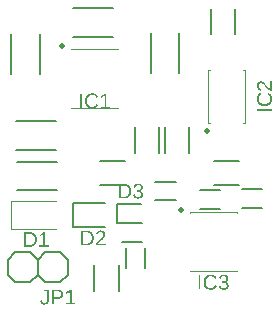
<source format=gto>
G04 EAGLE Gerber RS-274X export*
G75*
%MOMM*%
%FSLAX34Y34*%
%LPD*%
%INSilkscreen Top*%
%IPPOS*%
%AMOC8*
5,1,8,0,0,1.08239X$1,22.5*%
G01*
G04 Define Apertures*
%ADD10C,0.127000*%
%ADD11C,0.120000*%
%ADD12C,0.500000*%
%ADD13C,0.152400*%
G36*
X56478Y69371D02*
X51863Y69371D01*
X51863Y81712D01*
X55944Y81712D01*
X56331Y81706D01*
X56706Y81687D01*
X57070Y81657D01*
X57422Y81614D01*
X57764Y81558D01*
X58094Y81491D01*
X58414Y81411D01*
X58722Y81319D01*
X59019Y81214D01*
X59304Y81098D01*
X59579Y80969D01*
X59842Y80827D01*
X60094Y80674D01*
X60335Y80508D01*
X60565Y80330D01*
X60783Y80140D01*
X60990Y79938D01*
X61183Y79726D01*
X61362Y79503D01*
X61529Y79271D01*
X61682Y79027D01*
X61821Y78774D01*
X61948Y78510D01*
X62061Y78236D01*
X62161Y77951D01*
X62247Y77656D01*
X62320Y77351D01*
X62380Y77035D01*
X62427Y76709D01*
X62460Y76372D01*
X62480Y76026D01*
X62487Y75668D01*
X62475Y75199D01*
X62440Y74744D01*
X62382Y74303D01*
X62301Y73878D01*
X62196Y73468D01*
X62068Y73073D01*
X61917Y72692D01*
X61742Y72327D01*
X61546Y71979D01*
X61331Y71653D01*
X61097Y71347D01*
X60842Y71062D01*
X60569Y70799D01*
X60276Y70556D01*
X59963Y70334D01*
X59632Y70133D01*
X59283Y69954D01*
X58922Y69800D01*
X58548Y69669D01*
X58160Y69561D01*
X57759Y69478D01*
X57346Y69419D01*
X56919Y69383D01*
X56478Y69371D01*
G37*
%LPC*%
G36*
X56286Y70711D02*
X56620Y70720D01*
X56944Y70748D01*
X57258Y70795D01*
X57561Y70860D01*
X57854Y70944D01*
X58137Y71046D01*
X58410Y71167D01*
X58672Y71307D01*
X58922Y71464D01*
X59157Y71637D01*
X59377Y71827D01*
X59582Y72034D01*
X59772Y72256D01*
X59948Y72496D01*
X60108Y72751D01*
X60253Y73023D01*
X60383Y73310D01*
X60495Y73609D01*
X60590Y73921D01*
X60667Y74245D01*
X60728Y74582D01*
X60771Y74932D01*
X60797Y75294D01*
X60805Y75668D01*
X60786Y76225D01*
X60727Y76748D01*
X60628Y77236D01*
X60491Y77691D01*
X60314Y78111D01*
X60098Y78497D01*
X59843Y78849D01*
X59548Y79167D01*
X59217Y79450D01*
X58850Y79694D01*
X58447Y79901D01*
X58010Y80071D01*
X57538Y80202D01*
X57030Y80296D01*
X56487Y80353D01*
X55909Y80372D01*
X53536Y80372D01*
X53536Y70711D01*
X56286Y70711D01*
G37*
%LPD*%
G36*
X72460Y69371D02*
X64726Y69371D01*
X64726Y70711D01*
X67871Y70711D01*
X67871Y80205D01*
X65085Y78217D01*
X65085Y79706D01*
X68002Y81712D01*
X69456Y81712D01*
X69456Y70711D01*
X72460Y70711D01*
X72460Y69371D01*
G37*
G36*
X104738Y70649D02*
X100123Y70649D01*
X100123Y82990D01*
X104204Y82990D01*
X104591Y82984D01*
X104966Y82965D01*
X105330Y82935D01*
X105682Y82892D01*
X106024Y82836D01*
X106354Y82769D01*
X106674Y82689D01*
X106982Y82597D01*
X107279Y82492D01*
X107564Y82376D01*
X107839Y82247D01*
X108102Y82105D01*
X108354Y81952D01*
X108595Y81786D01*
X108825Y81608D01*
X109043Y81418D01*
X109250Y81216D01*
X109443Y81004D01*
X109622Y80781D01*
X109789Y80549D01*
X109942Y80305D01*
X110081Y80052D01*
X110208Y79788D01*
X110321Y79514D01*
X110421Y79229D01*
X110507Y78934D01*
X110580Y78629D01*
X110640Y78313D01*
X110687Y77987D01*
X110720Y77650D01*
X110740Y77304D01*
X110747Y76946D01*
X110735Y76477D01*
X110700Y76022D01*
X110642Y75581D01*
X110561Y75156D01*
X110456Y74746D01*
X110328Y74351D01*
X110177Y73970D01*
X110002Y73605D01*
X109806Y73257D01*
X109591Y72931D01*
X109357Y72625D01*
X109102Y72340D01*
X108829Y72077D01*
X108536Y71834D01*
X108223Y71612D01*
X107892Y71411D01*
X107543Y71232D01*
X107182Y71078D01*
X106808Y70947D01*
X106420Y70839D01*
X106019Y70756D01*
X105606Y70697D01*
X105179Y70661D01*
X104738Y70649D01*
G37*
%LPC*%
G36*
X104546Y71989D02*
X104880Y71998D01*
X105204Y72026D01*
X105518Y72073D01*
X105821Y72138D01*
X106114Y72222D01*
X106397Y72324D01*
X106670Y72445D01*
X106932Y72585D01*
X107182Y72742D01*
X107417Y72915D01*
X107637Y73105D01*
X107842Y73312D01*
X108032Y73534D01*
X108208Y73774D01*
X108368Y74029D01*
X108513Y74301D01*
X108643Y74588D01*
X108755Y74887D01*
X108850Y75199D01*
X108927Y75523D01*
X108988Y75860D01*
X109031Y76210D01*
X109057Y76572D01*
X109065Y76946D01*
X109046Y77503D01*
X108987Y78026D01*
X108888Y78514D01*
X108751Y78969D01*
X108574Y79389D01*
X108358Y79775D01*
X108103Y80127D01*
X107808Y80445D01*
X107477Y80728D01*
X107110Y80972D01*
X106707Y81179D01*
X106270Y81349D01*
X105798Y81480D01*
X105290Y81574D01*
X104747Y81631D01*
X104169Y81650D01*
X101796Y81650D01*
X101796Y71989D01*
X104546Y71989D01*
G37*
%LPD*%
G36*
X120694Y70649D02*
X112522Y70649D01*
X112522Y71761D01*
X112758Y72259D01*
X113018Y72726D01*
X113303Y73163D01*
X113613Y73570D01*
X113939Y73953D01*
X114273Y74317D01*
X114615Y74662D01*
X114966Y74989D01*
X115672Y75601D01*
X116372Y76167D01*
X117034Y76710D01*
X117628Y77253D01*
X117895Y77528D01*
X118135Y77809D01*
X118348Y78097D01*
X118535Y78392D01*
X118686Y78699D01*
X118794Y79027D01*
X118859Y79374D01*
X118881Y79740D01*
X118872Y79987D01*
X118844Y80220D01*
X118797Y80438D01*
X118732Y80642D01*
X118648Y80832D01*
X118546Y81008D01*
X118425Y81170D01*
X118285Y81317D01*
X118129Y81448D01*
X117958Y81562D01*
X117773Y81658D01*
X117574Y81737D01*
X117359Y81799D01*
X117131Y81842D01*
X116888Y81869D01*
X116630Y81877D01*
X116384Y81869D01*
X116148Y81843D01*
X115924Y81800D01*
X115711Y81741D01*
X115509Y81664D01*
X115319Y81570D01*
X115139Y81458D01*
X114970Y81330D01*
X114815Y81186D01*
X114678Y81029D01*
X114557Y80857D01*
X114452Y80672D01*
X114365Y80473D01*
X114294Y80260D01*
X114241Y80033D01*
X114204Y79793D01*
X112592Y79942D01*
X112650Y80302D01*
X112736Y80644D01*
X112851Y80967D01*
X112994Y81271D01*
X113165Y81556D01*
X113365Y81822D01*
X113593Y82069D01*
X113849Y82298D01*
X114129Y82503D01*
X114428Y82681D01*
X114747Y82832D01*
X115085Y82955D01*
X115442Y83051D01*
X115819Y83119D01*
X116215Y83160D01*
X116630Y83174D01*
X117083Y83160D01*
X117509Y83119D01*
X117908Y83050D01*
X118280Y82954D01*
X118625Y82830D01*
X118943Y82679D01*
X119234Y82500D01*
X119498Y82293D01*
X119733Y82062D01*
X119937Y81807D01*
X120109Y81529D01*
X120250Y81228D01*
X120360Y80904D01*
X120438Y80557D01*
X120485Y80186D01*
X120501Y79793D01*
X120481Y79434D01*
X120419Y79077D01*
X120316Y78721D01*
X120173Y78365D01*
X119989Y78011D01*
X119764Y77656D01*
X119500Y77301D01*
X119196Y76946D01*
X118798Y76543D01*
X118252Y76042D01*
X117559Y75444D01*
X116717Y74748D01*
X116240Y74346D01*
X115813Y73965D01*
X115438Y73604D01*
X115115Y73263D01*
X114838Y72936D01*
X114602Y72614D01*
X114409Y72299D01*
X114256Y71989D01*
X120694Y71989D01*
X120694Y70649D01*
G37*
G36*
X136488Y110359D02*
X131873Y110359D01*
X131873Y122700D01*
X135954Y122700D01*
X136341Y122694D01*
X136716Y122675D01*
X137080Y122645D01*
X137432Y122602D01*
X137774Y122546D01*
X138104Y122479D01*
X138424Y122399D01*
X138732Y122307D01*
X139029Y122202D01*
X139314Y122086D01*
X139589Y121957D01*
X139852Y121815D01*
X140104Y121662D01*
X140345Y121496D01*
X140575Y121318D01*
X140793Y121128D01*
X141000Y120926D01*
X141193Y120714D01*
X141372Y120491D01*
X141539Y120259D01*
X141692Y120015D01*
X141831Y119762D01*
X141958Y119498D01*
X142071Y119224D01*
X142171Y118939D01*
X142257Y118644D01*
X142330Y118339D01*
X142390Y118023D01*
X142437Y117697D01*
X142470Y117360D01*
X142490Y117014D01*
X142497Y116656D01*
X142485Y116187D01*
X142450Y115732D01*
X142392Y115291D01*
X142311Y114866D01*
X142206Y114456D01*
X142078Y114061D01*
X141927Y113680D01*
X141752Y113315D01*
X141556Y112967D01*
X141341Y112641D01*
X141107Y112335D01*
X140852Y112050D01*
X140579Y111787D01*
X140286Y111544D01*
X139973Y111322D01*
X139642Y111121D01*
X139293Y110942D01*
X138932Y110788D01*
X138558Y110657D01*
X138170Y110549D01*
X137769Y110466D01*
X137356Y110407D01*
X136929Y110371D01*
X136488Y110359D01*
G37*
%LPC*%
G36*
X136296Y111699D02*
X136630Y111708D01*
X136954Y111736D01*
X137268Y111783D01*
X137571Y111848D01*
X137864Y111932D01*
X138147Y112034D01*
X138420Y112155D01*
X138682Y112295D01*
X138932Y112452D01*
X139167Y112625D01*
X139387Y112815D01*
X139592Y113022D01*
X139782Y113244D01*
X139958Y113484D01*
X140118Y113739D01*
X140263Y114011D01*
X140393Y114298D01*
X140505Y114597D01*
X140600Y114909D01*
X140677Y115233D01*
X140738Y115570D01*
X140781Y115920D01*
X140807Y116282D01*
X140815Y116656D01*
X140796Y117213D01*
X140737Y117736D01*
X140638Y118224D01*
X140501Y118679D01*
X140324Y119099D01*
X140108Y119485D01*
X139853Y119837D01*
X139558Y120155D01*
X139227Y120438D01*
X138860Y120682D01*
X138457Y120889D01*
X138020Y121059D01*
X137548Y121190D01*
X137040Y121284D01*
X136497Y121341D01*
X135919Y121360D01*
X133546Y121360D01*
X133546Y111699D01*
X136296Y111699D01*
G37*
%LPD*%
G36*
X148371Y110184D02*
X147914Y110197D01*
X147481Y110237D01*
X147072Y110303D01*
X146686Y110395D01*
X146324Y110514D01*
X145986Y110659D01*
X145671Y110831D01*
X145380Y111029D01*
X145115Y111253D01*
X144878Y111502D01*
X144670Y111777D01*
X144490Y112077D01*
X144338Y112402D01*
X144215Y112753D01*
X144120Y113128D01*
X144053Y113530D01*
X145682Y113678D01*
X145730Y113413D01*
X145793Y113165D01*
X145873Y112934D01*
X145969Y112721D01*
X146080Y112524D01*
X146208Y112344D01*
X146352Y112182D01*
X146512Y112036D01*
X146688Y111908D01*
X146880Y111797D01*
X147089Y111703D01*
X147313Y111626D01*
X147553Y111566D01*
X147810Y111523D01*
X148082Y111497D01*
X148371Y111489D01*
X148661Y111498D01*
X148935Y111526D01*
X149192Y111571D01*
X149434Y111636D01*
X149660Y111718D01*
X149870Y111819D01*
X150063Y111938D01*
X150241Y112076D01*
X150400Y112231D01*
X150538Y112405D01*
X150655Y112596D01*
X150750Y112805D01*
X150824Y113032D01*
X150877Y113276D01*
X150909Y113538D01*
X150920Y113819D01*
X150908Y114064D01*
X150871Y114295D01*
X150811Y114512D01*
X150726Y114715D01*
X150617Y114905D01*
X150484Y115081D01*
X150326Y115243D01*
X150145Y115391D01*
X149940Y115523D01*
X149714Y115638D01*
X149467Y115735D01*
X149198Y115814D01*
X148907Y115876D01*
X148595Y115920D01*
X148262Y115947D01*
X147907Y115956D01*
X147014Y115956D01*
X147014Y117322D01*
X147872Y117322D01*
X148187Y117331D01*
X148484Y117357D01*
X148762Y117401D01*
X149023Y117463D01*
X149265Y117543D01*
X149489Y117640D01*
X149694Y117755D01*
X149882Y117887D01*
X150049Y118035D01*
X150194Y118197D01*
X150317Y118372D01*
X150417Y118560D01*
X150495Y118762D01*
X150551Y118978D01*
X150585Y119208D01*
X150596Y119450D01*
X150587Y119691D01*
X150559Y119919D01*
X150514Y120134D01*
X150450Y120336D01*
X150368Y120525D01*
X150268Y120701D01*
X150150Y120864D01*
X150013Y121014D01*
X149859Y121148D01*
X149687Y121265D01*
X149497Y121363D01*
X149290Y121444D01*
X149065Y121507D01*
X148822Y121552D01*
X148562Y121578D01*
X148284Y121587D01*
X148029Y121579D01*
X147787Y121554D01*
X147558Y121512D01*
X147341Y121454D01*
X147136Y121379D01*
X146944Y121287D01*
X146765Y121178D01*
X146598Y121053D01*
X146445Y120913D01*
X146309Y120759D01*
X146190Y120591D01*
X146088Y120409D01*
X146003Y120214D01*
X145935Y120005D01*
X145883Y119783D01*
X145849Y119547D01*
X144263Y119669D01*
X144321Y120038D01*
X144408Y120385D01*
X144522Y120712D01*
X144665Y121018D01*
X144836Y121303D01*
X145036Y121568D01*
X145264Y121811D01*
X145520Y122034D01*
X145800Y122233D01*
X146100Y122406D01*
X146418Y122552D01*
X146756Y122671D01*
X147114Y122764D01*
X147490Y122831D01*
X147886Y122870D01*
X148301Y122884D01*
X148752Y122870D01*
X149178Y122830D01*
X149577Y122762D01*
X149951Y122668D01*
X150299Y122547D01*
X150621Y122398D01*
X150917Y122223D01*
X151187Y122021D01*
X151428Y121795D01*
X151637Y121547D01*
X151814Y121279D01*
X151959Y120989D01*
X152071Y120677D01*
X152152Y120345D01*
X152200Y119992D01*
X152216Y119617D01*
X152206Y119328D01*
X152175Y119053D01*
X152123Y118792D01*
X152051Y118545D01*
X151958Y118312D01*
X151844Y118092D01*
X151710Y117886D01*
X151555Y117694D01*
X151380Y117517D01*
X151187Y117354D01*
X150975Y117206D01*
X150744Y117074D01*
X150494Y116956D01*
X150225Y116853D01*
X149938Y116765D01*
X149632Y116691D01*
X149632Y116656D01*
X149969Y116609D01*
X150286Y116543D01*
X150584Y116456D01*
X150863Y116350D01*
X151123Y116224D01*
X151363Y116078D01*
X151585Y115913D01*
X151787Y115728D01*
X151968Y115527D01*
X152124Y115313D01*
X152257Y115087D01*
X152365Y114848D01*
X152449Y114596D01*
X152510Y114332D01*
X152546Y114055D01*
X152558Y113766D01*
X152541Y113351D01*
X152490Y112960D01*
X152405Y112594D01*
X152286Y112251D01*
X152133Y111932D01*
X151947Y111638D01*
X151726Y111367D01*
X151472Y111121D01*
X151186Y110901D01*
X150871Y110711D01*
X150527Y110550D01*
X150153Y110418D01*
X149751Y110316D01*
X149320Y110242D01*
X148860Y110199D01*
X148371Y110184D01*
G37*
G36*
X109334Y186552D02*
X108875Y186564D01*
X108432Y186600D01*
X108005Y186661D01*
X107594Y186746D01*
X107198Y186855D01*
X106819Y186988D01*
X106454Y187145D01*
X106106Y187327D01*
X105776Y187531D01*
X105466Y187756D01*
X105176Y188002D01*
X104906Y188269D01*
X104657Y188556D01*
X104428Y188864D01*
X104219Y189193D01*
X104030Y189543D01*
X103863Y189911D01*
X103718Y190296D01*
X103595Y190698D01*
X103495Y191116D01*
X103417Y191551D01*
X103361Y192002D01*
X103328Y192470D01*
X103317Y192954D01*
X103323Y193318D01*
X103341Y193672D01*
X103373Y194016D01*
X103416Y194350D01*
X103472Y194674D01*
X103541Y194988D01*
X103622Y195292D01*
X103715Y195586D01*
X103821Y195870D01*
X103939Y196144D01*
X104213Y196662D01*
X104537Y197141D01*
X104911Y197579D01*
X105328Y197971D01*
X105784Y198311D01*
X106027Y198461D01*
X106279Y198598D01*
X106540Y198722D01*
X106811Y198833D01*
X107092Y198932D01*
X107382Y199016D01*
X107682Y199088D01*
X107991Y199147D01*
X108310Y199193D01*
X108639Y199226D01*
X108977Y199245D01*
X109325Y199252D01*
X109807Y199240D01*
X110270Y199204D01*
X110712Y199143D01*
X111134Y199059D01*
X111535Y198951D01*
X111916Y198818D01*
X112277Y198662D01*
X112618Y198481D01*
X112938Y198277D01*
X113236Y198049D01*
X113511Y197798D01*
X113765Y197524D01*
X113998Y197227D01*
X114208Y196906D01*
X114396Y196562D01*
X114562Y196195D01*
X112977Y195669D01*
X112862Y195931D01*
X112730Y196176D01*
X112582Y196406D01*
X112418Y196620D01*
X112237Y196818D01*
X112040Y197000D01*
X111827Y197166D01*
X111598Y197316D01*
X111355Y197450D01*
X111100Y197565D01*
X110835Y197663D01*
X110559Y197743D01*
X110271Y197805D01*
X109973Y197850D01*
X109663Y197876D01*
X109342Y197885D01*
X108844Y197865D01*
X108375Y197803D01*
X107933Y197700D01*
X107521Y197556D01*
X107136Y197370D01*
X106781Y197144D01*
X106453Y196876D01*
X106154Y196567D01*
X105887Y196222D01*
X105656Y195847D01*
X105460Y195441D01*
X105300Y195005D01*
X105176Y194538D01*
X105087Y194041D01*
X105033Y193513D01*
X105016Y192954D01*
X105034Y192401D01*
X105090Y191876D01*
X105183Y191378D01*
X105312Y190908D01*
X105479Y190466D01*
X105683Y190052D01*
X105924Y189665D01*
X106202Y189306D01*
X106512Y188983D01*
X106848Y188703D01*
X107210Y188466D01*
X107598Y188272D01*
X108013Y188121D01*
X108453Y188013D01*
X108920Y187948D01*
X109412Y187927D01*
X109731Y187937D01*
X110040Y187967D01*
X110339Y188017D01*
X110628Y188087D01*
X110907Y188178D01*
X111176Y188288D01*
X111434Y188418D01*
X111683Y188568D01*
X111922Y188739D01*
X112150Y188929D01*
X112369Y189140D01*
X112577Y189370D01*
X112775Y189621D01*
X112964Y189892D01*
X113142Y190182D01*
X113310Y190493D01*
X114676Y189810D01*
X114476Y189423D01*
X114257Y189061D01*
X114018Y188722D01*
X113760Y188406D01*
X113483Y188115D01*
X113186Y187848D01*
X112870Y187604D01*
X112535Y187384D01*
X112183Y187189D01*
X111818Y187020D01*
X111438Y186877D01*
X111045Y186760D01*
X110638Y186669D01*
X110217Y186604D01*
X109782Y186565D01*
X109334Y186552D01*
G37*
G36*
X124475Y186727D02*
X116741Y186727D01*
X116741Y188067D01*
X119885Y188067D01*
X119885Y197561D01*
X117100Y195573D01*
X117100Y197062D01*
X120016Y199068D01*
X121470Y199068D01*
X121470Y188067D01*
X124475Y188067D01*
X124475Y186727D01*
G37*
G36*
X100765Y186727D02*
X99092Y186727D01*
X99092Y199068D01*
X100765Y199068D01*
X100765Y186727D01*
G37*
G36*
X255270Y188567D02*
X254906Y188573D01*
X254552Y188591D01*
X254208Y188623D01*
X253874Y188666D01*
X253550Y188722D01*
X253236Y188791D01*
X252932Y188872D01*
X252638Y188965D01*
X252354Y189071D01*
X252080Y189189D01*
X251562Y189463D01*
X251083Y189787D01*
X250645Y190161D01*
X250253Y190578D01*
X249913Y191034D01*
X249763Y191277D01*
X249626Y191529D01*
X249502Y191790D01*
X249391Y192061D01*
X249293Y192342D01*
X249208Y192632D01*
X249136Y192932D01*
X249077Y193241D01*
X249031Y193560D01*
X248998Y193889D01*
X248979Y194227D01*
X248972Y194575D01*
X248984Y195057D01*
X249020Y195520D01*
X249081Y195962D01*
X249165Y196384D01*
X249273Y196785D01*
X249406Y197166D01*
X249562Y197527D01*
X249743Y197868D01*
X249947Y198188D01*
X250175Y198486D01*
X250426Y198761D01*
X250700Y199015D01*
X250997Y199248D01*
X251318Y199458D01*
X251662Y199646D01*
X252029Y199812D01*
X252555Y198227D01*
X252293Y198112D01*
X252048Y197980D01*
X251818Y197832D01*
X251604Y197668D01*
X251406Y197487D01*
X251224Y197290D01*
X251058Y197077D01*
X250908Y196848D01*
X250775Y196605D01*
X250659Y196350D01*
X250561Y196085D01*
X250481Y195809D01*
X250419Y195521D01*
X250374Y195223D01*
X250348Y194913D01*
X250339Y194592D01*
X250359Y194094D01*
X250421Y193625D01*
X250524Y193183D01*
X250668Y192771D01*
X250854Y192386D01*
X251080Y192031D01*
X251348Y191703D01*
X251657Y191404D01*
X252002Y191137D01*
X252377Y190906D01*
X252783Y190710D01*
X253219Y190550D01*
X253686Y190426D01*
X254183Y190337D01*
X254711Y190283D01*
X255270Y190266D01*
X255823Y190284D01*
X256348Y190340D01*
X256846Y190433D01*
X257316Y190562D01*
X257758Y190729D01*
X258172Y190933D01*
X258559Y191174D01*
X258918Y191452D01*
X259241Y191762D01*
X259521Y192098D01*
X259758Y192460D01*
X259952Y192848D01*
X260103Y193263D01*
X260211Y193703D01*
X260276Y194170D01*
X260297Y194662D01*
X260287Y194981D01*
X260257Y195290D01*
X260207Y195589D01*
X260137Y195878D01*
X260046Y196157D01*
X259936Y196426D01*
X259806Y196684D01*
X259656Y196933D01*
X259485Y197172D01*
X259295Y197400D01*
X259084Y197619D01*
X258854Y197827D01*
X258603Y198025D01*
X258332Y198214D01*
X258042Y198392D01*
X257731Y198560D01*
X258414Y199926D01*
X258801Y199726D01*
X259163Y199507D01*
X259502Y199268D01*
X259818Y199010D01*
X260109Y198733D01*
X260376Y198436D01*
X260620Y198120D01*
X260840Y197785D01*
X261035Y197433D01*
X261204Y197068D01*
X261347Y196688D01*
X261464Y196295D01*
X261555Y195888D01*
X261620Y195467D01*
X261659Y195032D01*
X261672Y194584D01*
X261660Y194125D01*
X261624Y193682D01*
X261563Y193255D01*
X261478Y192844D01*
X261369Y192448D01*
X261236Y192069D01*
X261079Y191704D01*
X260897Y191356D01*
X260693Y191026D01*
X260468Y190716D01*
X260222Y190426D01*
X259956Y190156D01*
X259668Y189907D01*
X259360Y189678D01*
X259031Y189469D01*
X258681Y189280D01*
X258313Y189113D01*
X257928Y188968D01*
X257526Y188845D01*
X257108Y188745D01*
X256673Y188667D01*
X256222Y188611D01*
X255754Y188578D01*
X255270Y188567D01*
G37*
G36*
X261497Y201527D02*
X260385Y201527D01*
X259887Y201762D01*
X259420Y202022D01*
X258983Y202307D01*
X258576Y202617D01*
X258193Y202943D01*
X257829Y203277D01*
X257484Y203620D01*
X257157Y203970D01*
X256545Y204676D01*
X255979Y205376D01*
X255436Y206038D01*
X254893Y206633D01*
X254618Y206900D01*
X254337Y207140D01*
X254049Y207353D01*
X253754Y207539D01*
X253447Y207691D01*
X253119Y207799D01*
X252772Y207864D01*
X252406Y207885D01*
X252159Y207876D01*
X251926Y207848D01*
X251708Y207801D01*
X251504Y207736D01*
X251314Y207653D01*
X251138Y207550D01*
X250976Y207429D01*
X250829Y207290D01*
X250698Y207133D01*
X250584Y206963D01*
X250488Y206778D01*
X250409Y206578D01*
X250347Y206364D01*
X250304Y206135D01*
X250277Y205892D01*
X250269Y205634D01*
X250277Y205388D01*
X250303Y205153D01*
X250346Y204929D01*
X250405Y204716D01*
X250482Y204514D01*
X250576Y204323D01*
X250688Y204143D01*
X250816Y203975D01*
X250960Y203820D01*
X251117Y203682D01*
X251289Y203561D01*
X251474Y203457D01*
X251673Y203369D01*
X251886Y203299D01*
X252113Y203245D01*
X252353Y203208D01*
X252204Y201597D01*
X251844Y201655D01*
X251502Y201741D01*
X251179Y201855D01*
X250875Y201998D01*
X250590Y202170D01*
X250324Y202369D01*
X250077Y202597D01*
X249848Y202853D01*
X249643Y203133D01*
X249465Y203433D01*
X249314Y203752D01*
X249191Y204089D01*
X249095Y204447D01*
X249027Y204823D01*
X248986Y205219D01*
X248972Y205634D01*
X248986Y206087D01*
X249027Y206513D01*
X249096Y206912D01*
X249192Y207284D01*
X249316Y207629D01*
X249467Y207947D01*
X249646Y208238D01*
X249853Y208503D01*
X250084Y208738D01*
X250339Y208941D01*
X250617Y209114D01*
X250918Y209255D01*
X251242Y209365D01*
X251589Y209443D01*
X251960Y209490D01*
X252353Y209506D01*
X252712Y209485D01*
X253069Y209423D01*
X253425Y209321D01*
X253781Y209177D01*
X254135Y208993D01*
X254490Y208769D01*
X254845Y208505D01*
X255200Y208201D01*
X255603Y207803D01*
X256104Y207257D01*
X256702Y206563D01*
X257398Y205722D01*
X257800Y205244D01*
X258181Y204818D01*
X258542Y204443D01*
X258883Y204119D01*
X259210Y203842D01*
X259532Y203607D01*
X259847Y203413D01*
X260157Y203261D01*
X260157Y209698D01*
X261497Y209698D01*
X261497Y201527D01*
G37*
G36*
X261497Y184342D02*
X249156Y184342D01*
X249156Y186015D01*
X261497Y186015D01*
X261497Y184342D01*
G37*
G36*
X209664Y33024D02*
X209205Y33036D01*
X208762Y33072D01*
X208335Y33133D01*
X207924Y33218D01*
X207528Y33327D01*
X207149Y33460D01*
X206784Y33617D01*
X206436Y33799D01*
X206106Y34003D01*
X205796Y34228D01*
X205506Y34474D01*
X205236Y34741D01*
X204987Y35028D01*
X204758Y35336D01*
X204549Y35665D01*
X204360Y36015D01*
X204193Y36383D01*
X204048Y36768D01*
X203925Y37170D01*
X203825Y37588D01*
X203747Y38023D01*
X203691Y38474D01*
X203658Y38942D01*
X203647Y39426D01*
X203653Y39790D01*
X203671Y40144D01*
X203703Y40488D01*
X203746Y40822D01*
X203802Y41146D01*
X203871Y41460D01*
X203952Y41764D01*
X204045Y42058D01*
X204151Y42342D01*
X204269Y42616D01*
X204543Y43134D01*
X204867Y43613D01*
X205241Y44051D01*
X205658Y44443D01*
X206114Y44783D01*
X206357Y44933D01*
X206609Y45070D01*
X206870Y45194D01*
X207141Y45305D01*
X207422Y45404D01*
X207712Y45488D01*
X208012Y45560D01*
X208321Y45619D01*
X208640Y45665D01*
X208969Y45698D01*
X209307Y45717D01*
X209655Y45724D01*
X210137Y45712D01*
X210600Y45676D01*
X211042Y45615D01*
X211464Y45531D01*
X211865Y45423D01*
X212246Y45290D01*
X212607Y45134D01*
X212948Y44953D01*
X213268Y44749D01*
X213566Y44521D01*
X213841Y44270D01*
X214095Y43996D01*
X214328Y43699D01*
X214538Y43378D01*
X214726Y43034D01*
X214892Y42667D01*
X213307Y42141D01*
X213192Y42403D01*
X213060Y42648D01*
X212912Y42878D01*
X212748Y43092D01*
X212567Y43290D01*
X212370Y43472D01*
X212157Y43638D01*
X211928Y43788D01*
X211685Y43922D01*
X211430Y44037D01*
X211165Y44135D01*
X210889Y44215D01*
X210601Y44277D01*
X210303Y44322D01*
X209993Y44348D01*
X209672Y44357D01*
X209174Y44337D01*
X208705Y44275D01*
X208263Y44172D01*
X207851Y44028D01*
X207466Y43842D01*
X207111Y43616D01*
X206783Y43348D01*
X206484Y43039D01*
X206217Y42694D01*
X205986Y42319D01*
X205790Y41913D01*
X205630Y41477D01*
X205506Y41010D01*
X205417Y40513D01*
X205363Y39985D01*
X205346Y39426D01*
X205364Y38873D01*
X205420Y38348D01*
X205513Y37850D01*
X205642Y37380D01*
X205809Y36938D01*
X206013Y36524D01*
X206254Y36137D01*
X206532Y35778D01*
X206842Y35455D01*
X207178Y35175D01*
X207540Y34938D01*
X207928Y34744D01*
X208343Y34593D01*
X208783Y34485D01*
X209250Y34420D01*
X209742Y34399D01*
X210061Y34409D01*
X210370Y34439D01*
X210669Y34489D01*
X210958Y34559D01*
X211237Y34650D01*
X211506Y34760D01*
X211764Y34890D01*
X212013Y35040D01*
X212252Y35211D01*
X212480Y35401D01*
X212699Y35612D01*
X212907Y35842D01*
X213105Y36093D01*
X213294Y36364D01*
X213472Y36654D01*
X213640Y36965D01*
X215006Y36282D01*
X214806Y35895D01*
X214587Y35533D01*
X214348Y35194D01*
X214090Y34878D01*
X213813Y34587D01*
X213516Y34320D01*
X213200Y34076D01*
X212865Y33856D01*
X212513Y33661D01*
X212148Y33492D01*
X211768Y33349D01*
X211375Y33232D01*
X210968Y33141D01*
X210547Y33076D01*
X210112Y33037D01*
X209664Y33024D01*
G37*
G36*
X220706Y33024D02*
X220249Y33037D01*
X219816Y33077D01*
X219406Y33143D01*
X219021Y33235D01*
X218659Y33354D01*
X218320Y33499D01*
X218005Y33671D01*
X217714Y33869D01*
X217449Y34093D01*
X217213Y34342D01*
X217004Y34617D01*
X216824Y34917D01*
X216673Y35242D01*
X216549Y35593D01*
X216454Y35968D01*
X216388Y36370D01*
X218017Y36518D01*
X218064Y36253D01*
X218128Y36005D01*
X218207Y35774D01*
X218303Y35561D01*
X218415Y35364D01*
X218543Y35184D01*
X218686Y35022D01*
X218847Y34876D01*
X219023Y34748D01*
X219215Y34637D01*
X219423Y34543D01*
X219647Y34466D01*
X219888Y34406D01*
X220144Y34363D01*
X220417Y34337D01*
X220706Y34329D01*
X220995Y34338D01*
X221269Y34366D01*
X221527Y34411D01*
X221769Y34476D01*
X221994Y34558D01*
X222204Y34659D01*
X222398Y34778D01*
X222575Y34916D01*
X222735Y35071D01*
X222872Y35245D01*
X222989Y35436D01*
X223085Y35645D01*
X223159Y35872D01*
X223212Y36116D01*
X223244Y36378D01*
X223254Y36659D01*
X223242Y36904D01*
X223206Y37135D01*
X223145Y37352D01*
X223060Y37555D01*
X222951Y37745D01*
X222818Y37921D01*
X222661Y38083D01*
X222479Y38231D01*
X222275Y38363D01*
X222049Y38478D01*
X221801Y38575D01*
X221532Y38654D01*
X221242Y38716D01*
X220930Y38760D01*
X220596Y38787D01*
X220241Y38796D01*
X219348Y38796D01*
X219348Y40162D01*
X220206Y40162D01*
X220521Y40171D01*
X220818Y40197D01*
X221097Y40241D01*
X221357Y40303D01*
X221599Y40383D01*
X221823Y40480D01*
X222029Y40595D01*
X222216Y40727D01*
X222384Y40875D01*
X222529Y41037D01*
X222651Y41212D01*
X222752Y41400D01*
X222830Y41602D01*
X222886Y41818D01*
X222919Y42048D01*
X222930Y42290D01*
X222921Y42531D01*
X222894Y42759D01*
X222848Y42974D01*
X222785Y43176D01*
X222703Y43365D01*
X222603Y43541D01*
X222484Y43704D01*
X222348Y43854D01*
X222193Y43988D01*
X222021Y44105D01*
X221831Y44203D01*
X221624Y44284D01*
X221399Y44347D01*
X221156Y44392D01*
X220896Y44418D01*
X220618Y44427D01*
X220364Y44419D01*
X220122Y44394D01*
X219892Y44352D01*
X219675Y44294D01*
X219471Y44219D01*
X219279Y44127D01*
X219099Y44018D01*
X218932Y43893D01*
X218779Y43753D01*
X218644Y43599D01*
X218525Y43431D01*
X218423Y43249D01*
X218338Y43054D01*
X218269Y42845D01*
X218218Y42623D01*
X218183Y42387D01*
X216598Y42509D01*
X216656Y42878D01*
X216742Y43225D01*
X216857Y43552D01*
X217000Y43858D01*
X217171Y44143D01*
X217370Y44408D01*
X217598Y44651D01*
X217855Y44874D01*
X218135Y45073D01*
X218434Y45246D01*
X218753Y45392D01*
X219091Y45511D01*
X219448Y45604D01*
X219824Y45671D01*
X220220Y45710D01*
X220635Y45724D01*
X221087Y45710D01*
X221512Y45670D01*
X221912Y45602D01*
X222285Y45508D01*
X222633Y45387D01*
X222955Y45238D01*
X223251Y45063D01*
X223521Y44861D01*
X223763Y44635D01*
X223972Y44387D01*
X224149Y44119D01*
X224293Y43829D01*
X224406Y43517D01*
X224486Y43185D01*
X224534Y42832D01*
X224551Y42457D01*
X224540Y42168D01*
X224509Y41893D01*
X224458Y41632D01*
X224385Y41385D01*
X224292Y41152D01*
X224179Y40932D01*
X224044Y40726D01*
X223889Y40534D01*
X223715Y40357D01*
X223521Y40194D01*
X223309Y40046D01*
X223078Y39914D01*
X222828Y39796D01*
X222560Y39693D01*
X222273Y39605D01*
X221967Y39531D01*
X221967Y39496D01*
X222303Y39449D01*
X222620Y39383D01*
X222918Y39296D01*
X223197Y39190D01*
X223457Y39064D01*
X223698Y38918D01*
X223919Y38753D01*
X224121Y38568D01*
X224302Y38367D01*
X224459Y38153D01*
X224591Y37927D01*
X224699Y37688D01*
X224784Y37436D01*
X224844Y37172D01*
X224880Y36895D01*
X224892Y36606D01*
X224875Y36191D01*
X224824Y35800D01*
X224739Y35434D01*
X224621Y35091D01*
X224468Y34772D01*
X224281Y34478D01*
X224061Y34207D01*
X223806Y33961D01*
X223520Y33741D01*
X223205Y33551D01*
X222861Y33390D01*
X222488Y33258D01*
X222086Y33156D01*
X221655Y33082D01*
X221195Y33039D01*
X220706Y33024D01*
G37*
G36*
X201095Y33199D02*
X199422Y33199D01*
X199422Y45540D01*
X201095Y45540D01*
X201095Y33199D01*
G37*
G36*
X77021Y20618D02*
X75348Y20618D01*
X75348Y32959D01*
X80542Y32959D01*
X81046Y32944D01*
X81521Y32898D01*
X81967Y32822D01*
X82383Y32716D01*
X82771Y32579D01*
X83129Y32412D01*
X83457Y32214D01*
X83756Y31987D01*
X84023Y31731D01*
X84255Y31451D01*
X84450Y31145D01*
X84610Y30815D01*
X84735Y30460D01*
X84824Y30080D01*
X84877Y29675D01*
X84895Y29245D01*
X84877Y28818D01*
X84824Y28414D01*
X84734Y28032D01*
X84609Y27673D01*
X84449Y27336D01*
X84252Y27022D01*
X84020Y26730D01*
X83752Y26460D01*
X83453Y26218D01*
X83129Y26008D01*
X82780Y25830D01*
X82404Y25685D01*
X82003Y25572D01*
X81577Y25491D01*
X81125Y25443D01*
X80647Y25426D01*
X77021Y25426D01*
X77021Y20618D01*
G37*
%LPC*%
G36*
X80411Y26749D02*
X80750Y26759D01*
X81068Y26788D01*
X81363Y26836D01*
X81637Y26904D01*
X81889Y26991D01*
X82119Y27098D01*
X82327Y27223D01*
X82513Y27369D01*
X82677Y27533D01*
X82819Y27717D01*
X82940Y27921D01*
X83038Y28143D01*
X83115Y28385D01*
X83170Y28647D01*
X83202Y28927D01*
X83213Y29228D01*
X83202Y29517D01*
X83168Y29788D01*
X83112Y30040D01*
X83034Y30274D01*
X82933Y30489D01*
X82809Y30685D01*
X82663Y30862D01*
X82495Y31021D01*
X82304Y31161D01*
X82091Y31282D01*
X81856Y31385D01*
X81597Y31469D01*
X81317Y31535D01*
X81014Y31581D01*
X80688Y31609D01*
X80341Y31619D01*
X77021Y31619D01*
X77021Y26749D01*
X80411Y26749D01*
G37*
%LPD*%
G36*
X94946Y20618D02*
X87212Y20618D01*
X87212Y21958D01*
X90356Y21958D01*
X90356Y31452D01*
X87571Y29464D01*
X87571Y30953D01*
X90488Y32959D01*
X91941Y32959D01*
X91941Y21958D01*
X94946Y21958D01*
X94946Y20618D01*
G37*
G36*
X68911Y20443D02*
X68529Y20456D01*
X68167Y20493D01*
X67824Y20557D01*
X67502Y20645D01*
X67200Y20759D01*
X66917Y20899D01*
X66655Y21063D01*
X66412Y21253D01*
X66190Y21468D01*
X65987Y21709D01*
X65804Y21975D01*
X65641Y22266D01*
X65498Y22582D01*
X65375Y22924D01*
X65272Y23291D01*
X65188Y23683D01*
X66826Y23955D01*
X66872Y23708D01*
X66930Y23475D01*
X67000Y23256D01*
X67082Y23051D01*
X67177Y22860D01*
X67284Y22682D01*
X67404Y22519D01*
X67536Y22370D01*
X67678Y22236D01*
X67829Y22121D01*
X67989Y22023D01*
X68157Y21943D01*
X68335Y21880D01*
X68521Y21836D01*
X68716Y21809D01*
X68919Y21800D01*
X69141Y21810D01*
X69351Y21840D01*
X69548Y21888D01*
X69734Y21957D01*
X69907Y22045D01*
X70069Y22153D01*
X70218Y22280D01*
X70356Y22427D01*
X70479Y22592D01*
X70586Y22776D01*
X70676Y22978D01*
X70750Y23198D01*
X70807Y23437D01*
X70848Y23694D01*
X70873Y23968D01*
X70881Y24262D01*
X70881Y31592D01*
X68508Y31592D01*
X68508Y32959D01*
X72545Y32959D01*
X72545Y24297D01*
X72530Y23860D01*
X72485Y23447D01*
X72409Y23058D01*
X72302Y22693D01*
X72166Y22352D01*
X71999Y22034D01*
X71801Y21741D01*
X71573Y21472D01*
X71319Y21231D01*
X71042Y21022D01*
X70743Y20845D01*
X70422Y20700D01*
X70077Y20588D01*
X69711Y20507D01*
X69322Y20459D01*
X68911Y20443D01*
G37*
D10*
X40753Y249670D02*
X40753Y215670D01*
X65187Y215670D02*
X65187Y249670D01*
X132017Y53970D02*
X132017Y31970D01*
X111083Y31970D02*
X111083Y53970D01*
X145373Y148810D02*
X145373Y170810D01*
X166307Y170810D02*
X166307Y148810D01*
X162950Y108639D02*
X180450Y108639D01*
X180450Y124621D02*
X162950Y124621D01*
D11*
X79130Y108009D02*
X40531Y108009D01*
X40531Y84611D01*
X79130Y84611D01*
D10*
X93488Y106209D02*
X120153Y106209D01*
X93488Y106209D02*
X93488Y86411D01*
X120153Y86411D01*
X130041Y105279D02*
X151140Y105279D01*
X130041Y105279D02*
X130041Y89881D01*
X151140Y89881D01*
D12*
X84176Y238979D03*
D11*
X91490Y236880D02*
X91490Y236479D01*
X91490Y236880D02*
X131290Y236880D01*
X131290Y236479D01*
X91490Y187281D02*
X91490Y186880D01*
X131290Y186880D01*
X131290Y187281D01*
D12*
X206353Y167360D03*
D11*
X207650Y174140D02*
X208853Y174140D01*
X207650Y174140D02*
X207650Y219140D01*
X208853Y219140D01*
X237447Y174140D02*
X238650Y174140D01*
X238650Y219140D01*
X237447Y219140D01*
D12*
X184506Y100549D03*
D11*
X191820Y98450D02*
X191820Y98049D01*
X191820Y98450D02*
X231620Y98450D01*
X231620Y98049D01*
X191820Y48851D02*
X191820Y48450D01*
X231620Y48450D01*
X231620Y48851D01*
D10*
X79330Y117113D02*
X45330Y117113D01*
X45330Y141547D02*
X79330Y141547D01*
X115880Y142111D02*
X137380Y142111D01*
X137380Y121629D02*
X115880Y121629D01*
X134640Y73061D02*
X151640Y73061D01*
X151640Y89079D02*
X134640Y89079D01*
X183297Y216470D02*
X183297Y250470D01*
X158863Y250470D02*
X158863Y216470D01*
X230608Y249390D02*
X230608Y270890D01*
X210126Y270890D02*
X210126Y249390D01*
X236240Y118289D02*
X253240Y118289D01*
X253240Y102271D02*
X236240Y102271D01*
X127120Y247053D02*
X93120Y247053D01*
X93120Y271487D02*
X127120Y271487D01*
X191238Y170560D02*
X191238Y149060D01*
X170756Y149060D02*
X170756Y170560D01*
X200680Y101001D02*
X217680Y101001D01*
X217680Y117019D02*
X200680Y117019D01*
X78860Y151403D02*
X44860Y151403D01*
X44860Y175837D02*
X78860Y175837D01*
X212400Y121629D02*
X233900Y121629D01*
X233900Y142111D02*
X212400Y142111D01*
X137671Y67980D02*
X137671Y50980D01*
X153689Y50980D02*
X153689Y67980D01*
D13*
X56780Y64560D02*
X44080Y64560D01*
X56780Y64560D02*
X63130Y58210D01*
X63130Y45510D01*
X56780Y39160D01*
X37730Y45510D02*
X37730Y58210D01*
X44080Y64560D01*
X37730Y45510D02*
X44080Y39160D01*
X56780Y39160D01*
X63130Y58210D02*
X69480Y64560D01*
X82180Y64560D01*
X88530Y58210D01*
X88530Y45510D01*
X82180Y39160D01*
X69480Y39160D01*
X63130Y45510D01*
M02*

</source>
